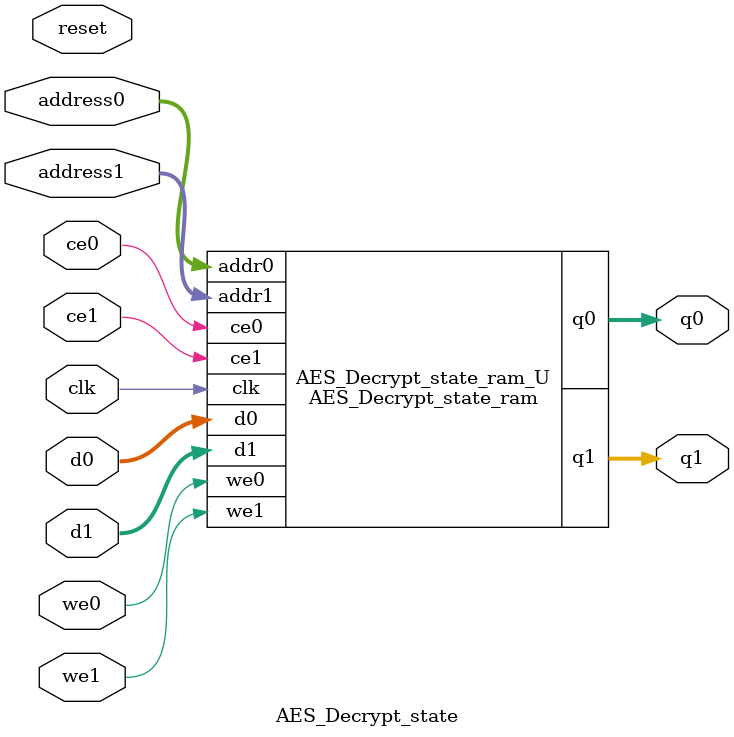
<source format=v>

`timescale 1 ns / 1 ps
module AES_Decrypt_state_ram (addr0, ce0, d0, we0, q0, addr1, ce1, d1, we1, q1,  clk);

parameter DWIDTH = 8;
parameter AWIDTH = 4;
parameter MEM_SIZE = 16;

input[AWIDTH-1:0] addr0;
input ce0;
input[DWIDTH-1:0] d0;
input we0;
output reg[DWIDTH-1:0] q0;
input[AWIDTH-1:0] addr1;
input ce1;
input[DWIDTH-1:0] d1;
input we1;
output reg[DWIDTH-1:0] q1;
input clk;

(* ram_style = "block" *)reg [DWIDTH-1:0] ram[0:MEM_SIZE-1];




always @(posedge clk)  
begin 
    if (ce0) 
    begin
        if (we0) 
        begin 
            ram[addr0] <= d0; 
            q0 <= d0;
        end 
        else 
            q0 <= ram[addr0];
    end
end


always @(posedge clk)  
begin 
    if (ce1) 
    begin
        if (we1) 
        begin 
            ram[addr1] <= d1; 
            q1 <= d1;
        end 
        else 
            q1 <= ram[addr1];
    end
end


endmodule


`timescale 1 ns / 1 ps
module AES_Decrypt_state(
    reset,
    clk,
    address0,
    ce0,
    we0,
    d0,
    q0,
    address1,
    ce1,
    we1,
    d1,
    q1);

parameter DataWidth = 32'd8;
parameter AddressRange = 32'd16;
parameter AddressWidth = 32'd4;
input reset;
input clk;
input[AddressWidth - 1:0] address0;
input ce0;
input we0;
input[DataWidth - 1:0] d0;
output[DataWidth - 1:0] q0;
input[AddressWidth - 1:0] address1;
input ce1;
input we1;
input[DataWidth - 1:0] d1;
output[DataWidth - 1:0] q1;



AES_Decrypt_state_ram AES_Decrypt_state_ram_U(
    .clk( clk ),
    .addr0( address0 ),
    .ce0( ce0 ),
    .d0( d0 ),
    .we0( we0 ),
    .q0( q0 ),
    .addr1( address1 ),
    .ce1( ce1 ),
    .d1( d1 ),
    .we1( we1 ),
    .q1( q1 ));

endmodule


</source>
